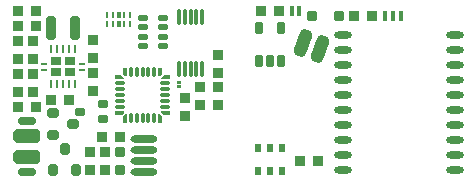
<source format=gbp>
G04*
G04 #@! TF.GenerationSoftware,Altium Limited,Altium Designer,19.1.5 (86)*
G04*
G04 Layer_Color=128*
%FSLAX25Y25*%
%MOIN*%
G70*
G01*
G75*
G04:AMPARAMS|DCode=19|XSize=35mil|YSize=35mil|CornerRadius=3.5mil|HoleSize=0mil|Usage=FLASHONLY|Rotation=90.000|XOffset=0mil|YOffset=0mil|HoleType=Round|Shape=RoundedRectangle|*
%AMROUNDEDRECTD19*
21,1,0.03500,0.02800,0,0,90.0*
21,1,0.02800,0.03500,0,0,90.0*
1,1,0.00700,0.01400,0.01400*
1,1,0.00700,0.01400,-0.01400*
1,1,0.00700,-0.01400,-0.01400*
1,1,0.00700,-0.01400,0.01400*
%
%ADD19ROUNDEDRECTD19*%
G04:AMPARAMS|DCode=21|XSize=16mil|YSize=35mil|CornerRadius=2.4mil|HoleSize=0mil|Usage=FLASHONLY|Rotation=180.000|XOffset=0mil|YOffset=0mil|HoleType=Round|Shape=RoundedRectangle|*
%AMROUNDEDRECTD21*
21,1,0.01600,0.03020,0,0,180.0*
21,1,0.01120,0.03500,0,0,180.0*
1,1,0.00480,-0.00560,0.01510*
1,1,0.00480,0.00560,0.01510*
1,1,0.00480,0.00560,-0.01510*
1,1,0.00480,-0.00560,-0.01510*
%
%ADD21ROUNDEDRECTD21*%
G04:AMPARAMS|DCode=22|XSize=35mil|YSize=35mil|CornerRadius=4.38mil|HoleSize=0mil|Usage=FLASHONLY|Rotation=90.000|XOffset=0mil|YOffset=0mil|HoleType=Round|Shape=RoundedRectangle|*
%AMROUNDEDRECTD22*
21,1,0.03500,0.02625,0,0,90.0*
21,1,0.02625,0.03500,0,0,90.0*
1,1,0.00875,0.01313,0.01313*
1,1,0.00875,0.01313,-0.01313*
1,1,0.00875,-0.01313,-0.01313*
1,1,0.00875,-0.01313,0.01313*
%
%ADD22ROUNDEDRECTD22*%
G04:AMPARAMS|DCode=23|XSize=35mil|YSize=35mil|CornerRadius=4.38mil|HoleSize=0mil|Usage=FLASHONLY|Rotation=0.000|XOffset=0mil|YOffset=0mil|HoleType=Round|Shape=RoundedRectangle|*
%AMROUNDEDRECTD23*
21,1,0.03500,0.02625,0,0,0.0*
21,1,0.02625,0.03500,0,0,0.0*
1,1,0.00875,0.01313,-0.01313*
1,1,0.00875,-0.01313,-0.01313*
1,1,0.00875,-0.01313,0.01313*
1,1,0.00875,0.01313,0.01313*
%
%ADD23ROUNDEDRECTD23*%
G04:AMPARAMS|DCode=24|XSize=27.56mil|YSize=35.43mil|CornerRadius=6.89mil|HoleSize=0mil|Usage=FLASHONLY|Rotation=270.000|XOffset=0mil|YOffset=0mil|HoleType=Round|Shape=RoundedRectangle|*
%AMROUNDEDRECTD24*
21,1,0.02756,0.02165,0,0,270.0*
21,1,0.01378,0.03543,0,0,270.0*
1,1,0.01378,-0.01083,-0.00689*
1,1,0.01378,-0.01083,0.00689*
1,1,0.01378,0.01083,0.00689*
1,1,0.01378,0.01083,-0.00689*
%
%ADD24ROUNDEDRECTD24*%
G04:AMPARAMS|DCode=28|XSize=35mil|YSize=35mil|CornerRadius=3.5mil|HoleSize=0mil|Usage=FLASHONLY|Rotation=180.000|XOffset=0mil|YOffset=0mil|HoleType=Round|Shape=RoundedRectangle|*
%AMROUNDEDRECTD28*
21,1,0.03500,0.02800,0,0,180.0*
21,1,0.02800,0.03500,0,0,180.0*
1,1,0.00700,-0.01400,0.01400*
1,1,0.00700,0.01400,0.01400*
1,1,0.00700,0.01400,-0.01400*
1,1,0.00700,-0.01400,-0.01400*
%
%ADD28ROUNDEDRECTD28*%
G04:AMPARAMS|DCode=30|XSize=23.62mil|YSize=43.31mil|CornerRadius=5.91mil|HoleSize=0mil|Usage=FLASHONLY|Rotation=180.000|XOffset=0mil|YOffset=0mil|HoleType=Round|Shape=RoundedRectangle|*
%AMROUNDEDRECTD30*
21,1,0.02362,0.03150,0,0,180.0*
21,1,0.01181,0.04331,0,0,180.0*
1,1,0.01181,-0.00591,0.01575*
1,1,0.01181,0.00591,0.01575*
1,1,0.01181,0.00591,-0.01575*
1,1,0.01181,-0.00591,-0.01575*
%
%ADD30ROUNDEDRECTD30*%
G04:AMPARAMS|DCode=63|XSize=43.31mil|YSize=94.49mil|CornerRadius=17.32mil|HoleSize=0mil|Usage=FLASHONLY|Rotation=340.000|XOffset=0mil|YOffset=0mil|HoleType=Round|Shape=RoundedRectangle|*
%AMROUNDEDRECTD63*
21,1,0.04331,0.05984,0,0,340.0*
21,1,0.00866,0.09449,0,0,340.0*
1,1,0.03465,-0.00616,-0.02960*
1,1,0.03465,-0.01430,-0.02664*
1,1,0.03465,0.00616,0.02960*
1,1,0.03465,0.01430,0.02664*
%
%ADD63ROUNDEDRECTD63*%
G04:AMPARAMS|DCode=64|XSize=25mil|YSize=90mil|CornerRadius=12.5mil|HoleSize=0mil|Usage=FLASHONLY|Rotation=90.000|XOffset=0mil|YOffset=0mil|HoleType=Round|Shape=RoundedRectangle|*
%AMROUNDEDRECTD64*
21,1,0.02500,0.06500,0,0,90.0*
21,1,0.00000,0.09000,0,0,90.0*
1,1,0.02500,0.03250,0.00000*
1,1,0.02500,0.03250,0.00000*
1,1,0.02500,-0.03250,0.00000*
1,1,0.02500,-0.03250,0.00000*
%
%ADD64ROUNDEDRECTD64*%
G04:AMPARAMS|DCode=65|XSize=10mil|YSize=16mil|CornerRadius=2.5mil|HoleSize=0mil|Usage=FLASHONLY|Rotation=270.000|XOffset=0mil|YOffset=0mil|HoleType=Round|Shape=RoundedRectangle|*
%AMROUNDEDRECTD65*
21,1,0.01000,0.01100,0,0,270.0*
21,1,0.00500,0.01600,0,0,270.0*
1,1,0.00500,-0.00550,-0.00250*
1,1,0.00500,-0.00550,0.00250*
1,1,0.00500,0.00550,0.00250*
1,1,0.00500,0.00550,-0.00250*
%
%ADD65ROUNDEDRECTD65*%
%ADD66R,0.01968X0.03150*%
G04:AMPARAMS|DCode=67|XSize=35.43mil|YSize=31.5mil|CornerRadius=3.94mil|HoleSize=0mil|Usage=FLASHONLY|Rotation=180.000|XOffset=0mil|YOffset=0mil|HoleType=Round|Shape=RoundedRectangle|*
%AMROUNDEDRECTD67*
21,1,0.03543,0.02362,0,0,180.0*
21,1,0.02756,0.03150,0,0,180.0*
1,1,0.00787,-0.01378,0.01181*
1,1,0.00787,0.01378,0.01181*
1,1,0.00787,0.01378,-0.01181*
1,1,0.00787,-0.01378,-0.01181*
%
%ADD67ROUNDEDRECTD67*%
%ADD68O,0.05906X0.02362*%
G04:AMPARAMS|DCode=69|XSize=27.56mil|YSize=59.06mil|CornerRadius=6.89mil|HoleSize=0mil|Usage=FLASHONLY|Rotation=270.000|XOffset=0mil|YOffset=0mil|HoleType=Round|Shape=RoundedRectangle|*
%AMROUNDEDRECTD69*
21,1,0.02756,0.04528,0,0,270.0*
21,1,0.01378,0.05906,0,0,270.0*
1,1,0.01378,-0.02264,-0.00689*
1,1,0.01378,-0.02264,0.00689*
1,1,0.01378,0.02264,0.00689*
1,1,0.01378,0.02264,-0.00689*
%
%ADD69ROUNDEDRECTD69*%
G04:AMPARAMS|DCode=70|XSize=31.5mil|YSize=31.5mil|CornerRadius=3.15mil|HoleSize=0mil|Usage=FLASHONLY|Rotation=270.000|XOffset=0mil|YOffset=0mil|HoleType=Round|Shape=RoundedRectangle|*
%AMROUNDEDRECTD70*
21,1,0.03150,0.02520,0,0,270.0*
21,1,0.02520,0.03150,0,0,270.0*
1,1,0.00630,-0.01260,-0.01260*
1,1,0.00630,-0.01260,0.01260*
1,1,0.00630,0.01260,0.01260*
1,1,0.00630,0.01260,-0.01260*
%
%ADD70ROUNDEDRECTD70*%
G04:AMPARAMS|DCode=71|XSize=17.72mil|YSize=35.43mil|CornerRadius=4.43mil|HoleSize=0mil|Usage=FLASHONLY|Rotation=90.000|XOffset=0mil|YOffset=0mil|HoleType=Round|Shape=RoundedRectangle|*
%AMROUNDEDRECTD71*
21,1,0.01772,0.02657,0,0,90.0*
21,1,0.00886,0.03543,0,0,90.0*
1,1,0.00886,0.01329,0.00443*
1,1,0.00886,0.01329,-0.00443*
1,1,0.00886,-0.01329,-0.00443*
1,1,0.00886,-0.01329,0.00443*
%
%ADD71ROUNDEDRECTD71*%
G04:AMPARAMS|DCode=72|XSize=12mil|YSize=22mil|CornerRadius=3mil|HoleSize=0mil|Usage=FLASHONLY|Rotation=270.000|XOffset=0mil|YOffset=0mil|HoleType=Round|Shape=RoundedRectangle|*
%AMROUNDEDRECTD72*
21,1,0.01200,0.01600,0,0,270.0*
21,1,0.00600,0.02200,0,0,270.0*
1,1,0.00600,-0.00800,-0.00300*
1,1,0.00600,-0.00800,0.00300*
1,1,0.00600,0.00800,0.00300*
1,1,0.00600,0.00800,-0.00300*
%
%ADD72ROUNDEDRECTD72*%
G04:AMPARAMS|DCode=73|XSize=12mil|YSize=32mil|CornerRadius=3mil|HoleSize=0mil|Usage=FLASHONLY|Rotation=270.000|XOffset=0mil|YOffset=0mil|HoleType=Round|Shape=RoundedRectangle|*
%AMROUNDEDRECTD73*
21,1,0.01200,0.02600,0,0,270.0*
21,1,0.00600,0.03200,0,0,270.0*
1,1,0.00600,-0.01300,-0.00300*
1,1,0.00600,-0.01300,0.00300*
1,1,0.00600,0.01300,0.00300*
1,1,0.00600,0.01300,-0.00300*
%
%ADD73ROUNDEDRECTD73*%
G04:AMPARAMS|DCode=74|XSize=12mil|YSize=22mil|CornerRadius=3mil|HoleSize=0mil|Usage=FLASHONLY|Rotation=0.000|XOffset=0mil|YOffset=0mil|HoleType=Round|Shape=RoundedRectangle|*
%AMROUNDEDRECTD74*
21,1,0.01200,0.01600,0,0,0.0*
21,1,0.00600,0.02200,0,0,0.0*
1,1,0.00600,0.00300,-0.00800*
1,1,0.00600,-0.00300,-0.00800*
1,1,0.00600,-0.00300,0.00800*
1,1,0.00600,0.00300,0.00800*
%
%ADD74ROUNDEDRECTD74*%
G04:AMPARAMS|DCode=75|XSize=12mil|YSize=32mil|CornerRadius=3mil|HoleSize=0mil|Usage=FLASHONLY|Rotation=0.000|XOffset=0mil|YOffset=0mil|HoleType=Round|Shape=RoundedRectangle|*
%AMROUNDEDRECTD75*
21,1,0.01200,0.02600,0,0,0.0*
21,1,0.00600,0.03200,0,0,0.0*
1,1,0.00600,0.00300,-0.01300*
1,1,0.00600,-0.00300,-0.01300*
1,1,0.00600,-0.00300,0.01300*
1,1,0.00600,0.00300,0.01300*
%
%ADD75ROUNDEDRECTD75*%
G04:AMPARAMS|DCode=76|XSize=7.87mil|YSize=20.67mil|CornerRadius=1.97mil|HoleSize=0mil|Usage=FLASHONLY|Rotation=0.000|XOffset=0mil|YOffset=0mil|HoleType=Round|Shape=RoundedRectangle|*
%AMROUNDEDRECTD76*
21,1,0.00787,0.01673,0,0,0.0*
21,1,0.00394,0.02067,0,0,0.0*
1,1,0.00394,0.00197,-0.00837*
1,1,0.00394,-0.00197,-0.00837*
1,1,0.00394,-0.00197,0.00837*
1,1,0.00394,0.00197,0.00837*
%
%ADD76ROUNDEDRECTD76*%
G04:AMPARAMS|DCode=77|XSize=15.75mil|YSize=20.67mil|CornerRadius=3.94mil|HoleSize=0mil|Usage=FLASHONLY|Rotation=180.000|XOffset=0mil|YOffset=0mil|HoleType=Round|Shape=RoundedRectangle|*
%AMROUNDEDRECTD77*
21,1,0.01575,0.01280,0,0,180.0*
21,1,0.00787,0.02067,0,0,180.0*
1,1,0.00787,-0.00394,0.00640*
1,1,0.00787,0.00394,0.00640*
1,1,0.00787,0.00394,-0.00640*
1,1,0.00787,-0.00394,-0.00640*
%
%ADD77ROUNDEDRECTD77*%
G04:AMPARAMS|DCode=78|XSize=90mil|YSize=47.24mil|CornerRadius=0mil|HoleSize=0mil|Usage=FLASHONLY|Rotation=0.000|XOffset=0mil|YOffset=0mil|HoleType=Round|Shape=Octagon|*
%AMOCTAGOND78*
4,1,8,0.04500,-0.01181,0.04500,0.01181,0.03319,0.02362,-0.03319,0.02362,-0.04500,0.01181,-0.04500,-0.01181,-0.03319,-0.02362,0.03319,-0.02362,0.04500,-0.01181,0.0*
%
%ADD78OCTAGOND78*%

G04:AMPARAMS|DCode=79|XSize=78.74mil|YSize=31.5mil|CornerRadius=7.87mil|HoleSize=0mil|Usage=FLASHONLY|Rotation=90.000|XOffset=0mil|YOffset=0mil|HoleType=Round|Shape=RoundedRectangle|*
%AMROUNDEDRECTD79*
21,1,0.07874,0.01575,0,0,90.0*
21,1,0.06299,0.03150,0,0,90.0*
1,1,0.01575,0.00787,0.03150*
1,1,0.01575,0.00787,-0.03150*
1,1,0.01575,-0.00787,-0.03150*
1,1,0.01575,-0.00787,0.03150*
%
%ADD79ROUNDEDRECTD79*%
%ADD80O,0.00906X0.03150*%
%ADD82O,0.01181X0.05709*%
G04:AMPARAMS|DCode=83|XSize=31.58mil|YSize=38.27mil|CornerRadius=7.89mil|HoleSize=0mil|Usage=FLASHONLY|Rotation=270.000|XOffset=0mil|YOffset=0mil|HoleType=Round|Shape=RoundedRectangle|*
%AMROUNDEDRECTD83*
21,1,0.03158,0.02248,0,0,270.0*
21,1,0.01579,0.03827,0,0,270.0*
1,1,0.01579,-0.01124,-0.00789*
1,1,0.01579,-0.01124,0.00789*
1,1,0.01579,0.01124,0.00789*
1,1,0.01579,0.01124,-0.00789*
%
%ADD83ROUNDEDRECTD83*%
G04:AMPARAMS|DCode=84|XSize=31.58mil|YSize=38.27mil|CornerRadius=7.89mil|HoleSize=0mil|Usage=FLASHONLY|Rotation=0.000|XOffset=0mil|YOffset=0mil|HoleType=Round|Shape=RoundedRectangle|*
%AMROUNDEDRECTD84*
21,1,0.03158,0.02248,0,0,0.0*
21,1,0.01579,0.03827,0,0,0.0*
1,1,0.01579,0.00789,-0.01124*
1,1,0.01579,-0.00789,-0.01124*
1,1,0.01579,-0.00789,0.01124*
1,1,0.01579,0.00789,0.01124*
%
%ADD84ROUNDEDRECTD84*%
%ADD110R,0.03740X0.02677*%
%ADD111R,0.01968X0.01024*%
G36*
X51700Y32200D02*
X51000Y31500D01*
X50600D01*
Y32700D01*
X51700D01*
Y32200D01*
D02*
G37*
G36*
X52700Y30600D02*
X51500D01*
Y31000D01*
X52200Y31700D01*
X52700D01*
Y30600D01*
D02*
G37*
G36*
Y44300D02*
X52200D01*
X51500Y45000D01*
Y45400D01*
X52700D01*
Y44300D01*
D02*
G37*
G36*
X51700Y43800D02*
Y43300D01*
X50600D01*
Y44500D01*
X51000D01*
X51700Y43800D01*
D02*
G37*
G36*
X65400Y31500D02*
X65000D01*
X64300Y32200D01*
Y32700D01*
X65400D01*
Y31500D01*
D02*
G37*
G36*
X64500Y31000D02*
Y30600D01*
X63300D01*
Y31700D01*
X63800D01*
X64500Y31000D01*
D02*
G37*
G36*
Y45000D02*
X63800Y44300D01*
X63300D01*
Y45400D01*
X64500D01*
Y45000D01*
D02*
G37*
G36*
X65400Y43300D02*
X64300D01*
Y43800D01*
X65000Y44500D01*
X65400D01*
Y43300D01*
D02*
G37*
D19*
X41500Y39500D02*
D03*
Y45500D02*
D03*
Y56500D02*
D03*
Y50500D02*
D03*
X72000Y37000D02*
D03*
Y31000D02*
D03*
X83000Y51500D02*
D03*
Y45500D02*
D03*
X16500Y50000D02*
D03*
Y56000D02*
D03*
X21500Y50000D02*
D03*
Y56000D02*
D03*
D21*
X110300Y66000D02*
D03*
X107700D02*
D03*
X144100Y64500D02*
D03*
X138900D02*
D03*
X141500D02*
D03*
D22*
X40500Y13000D02*
D03*
Y19000D02*
D03*
X77000Y34685D02*
D03*
Y40685D02*
D03*
X83000Y34685D02*
D03*
Y40685D02*
D03*
X21500Y45000D02*
D03*
Y39000D02*
D03*
X16500Y45000D02*
D03*
Y39000D02*
D03*
X45500Y13000D02*
D03*
Y19000D02*
D03*
D23*
X16500Y66000D02*
D03*
X22500D02*
D03*
X128500Y64500D02*
D03*
X134500D02*
D03*
X22500Y34000D02*
D03*
X16500D02*
D03*
X27500Y36500D02*
D03*
X33500D02*
D03*
X22500Y61000D02*
D03*
X16500D02*
D03*
X50500Y24000D02*
D03*
X44500D02*
D03*
D24*
X44740Y35059D02*
D03*
Y29941D02*
D03*
X37260Y32500D02*
D03*
D28*
X110500Y16000D02*
D03*
X116500D02*
D03*
X97500Y66000D02*
D03*
X103500D02*
D03*
D30*
X104240Y49488D02*
D03*
X100500D02*
D03*
X96760D02*
D03*
Y60512D02*
D03*
X104240D02*
D03*
D63*
X111594Y55483D02*
D03*
X117144Y53463D02*
D03*
D64*
X58379Y12382D02*
D03*
Y16043D02*
D03*
Y19705D02*
D03*
Y23366D02*
D03*
D65*
X70000Y42200D02*
D03*
Y40700D02*
D03*
D66*
X96563Y12563D02*
D03*
X100500D02*
D03*
X104437D02*
D03*
Y20437D02*
D03*
X100500D02*
D03*
X96563D02*
D03*
D67*
X123528Y64500D02*
D03*
X114472D02*
D03*
D68*
X124799Y13000D02*
D03*
Y18000D02*
D03*
Y23000D02*
D03*
Y28000D02*
D03*
Y33000D02*
D03*
Y38000D02*
D03*
Y43000D02*
D03*
Y48000D02*
D03*
Y53000D02*
D03*
Y58000D02*
D03*
X162201Y13000D02*
D03*
Y18000D02*
D03*
Y23000D02*
D03*
Y28000D02*
D03*
Y33000D02*
D03*
Y38000D02*
D03*
Y43000D02*
D03*
Y48000D02*
D03*
Y53000D02*
D03*
Y58000D02*
D03*
D69*
X19500Y12535D02*
D03*
Y29465D02*
D03*
D70*
X50500Y19000D02*
D03*
Y13000D02*
D03*
D71*
X64846Y57425D02*
D03*
Y54276D02*
D03*
Y63724D02*
D03*
Y60575D02*
D03*
X58153D02*
D03*
Y63724D02*
D03*
Y54276D02*
D03*
Y57425D02*
D03*
D72*
X66150Y43905D02*
D03*
Y32094D02*
D03*
X49850D02*
D03*
Y43905D02*
D03*
D73*
X65650Y41937D02*
D03*
Y39968D02*
D03*
Y38000D02*
D03*
Y36031D02*
D03*
Y34063D02*
D03*
X50350D02*
D03*
Y36031D02*
D03*
Y38000D02*
D03*
Y39968D02*
D03*
Y41937D02*
D03*
D74*
X63906Y29850D02*
D03*
X52095D02*
D03*
Y46150D02*
D03*
X63906D02*
D03*
D75*
X61937Y30350D02*
D03*
X59969D02*
D03*
X58000D02*
D03*
X56032D02*
D03*
X54063D02*
D03*
Y45650D02*
D03*
X56032D02*
D03*
X58000D02*
D03*
X59969D02*
D03*
X61937D02*
D03*
D76*
X48031Y64776D02*
D03*
X46063D02*
D03*
X51968Y61724D02*
D03*
X53937D02*
D03*
X51968Y64776D02*
D03*
X53937D02*
D03*
X46063Y61724D02*
D03*
X48031D02*
D03*
D77*
X50000Y64776D02*
D03*
Y61724D02*
D03*
D78*
X19500Y24425D02*
D03*
Y17425D02*
D03*
D79*
X35437Y60500D02*
D03*
X27563D02*
D03*
D80*
Y53307D02*
D03*
X29531D02*
D03*
X31500D02*
D03*
X33468D02*
D03*
X35437D02*
D03*
Y41693D02*
D03*
X33468D02*
D03*
X31500D02*
D03*
X29531D02*
D03*
X27563D02*
D03*
D82*
X70063Y64161D02*
D03*
X72031D02*
D03*
X74000D02*
D03*
X75968D02*
D03*
X77937D02*
D03*
X70063Y46839D02*
D03*
X72031D02*
D03*
X74000D02*
D03*
X75968D02*
D03*
X77937D02*
D03*
D83*
X28016Y24560D02*
D03*
Y32040D02*
D03*
X34984Y28300D02*
D03*
D84*
X35740Y13016D02*
D03*
X28260D02*
D03*
X32000Y19984D02*
D03*
D110*
X29197Y49272D02*
D03*
Y45728D02*
D03*
X33803D02*
D03*
Y49272D02*
D03*
D111*
X25083Y48484D02*
D03*
Y46516D02*
D03*
X37918D02*
D03*
Y48484D02*
D03*
M02*

</source>
